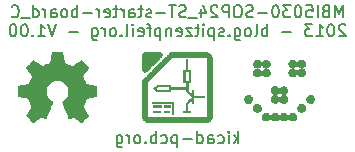
<source format=gbo>
G04 (created by PCBNEW (2013-01-27 BZR 3925)-testing) date Tue 29 Jan 2013 05:53:18 PM CET*
%MOIN*%
G04 Gerber Fmt 3.4, Leading zero omitted, Abs format*
%FSLAX34Y34*%
G01*
G70*
G90*
G04 APERTURE LIST*
%ADD10C,2.3622e-06*%
%ADD11C,0.00787402*%
%ADD12C,0.0001*%
%ADD13R,0.06X0.06*%
%ADD14C,0.06*%
G04 APERTURE END LIST*
G54D10*
G54D11*
X63024Y-47259D02*
X63024Y-46865D01*
X62987Y-47109D02*
X62874Y-47259D01*
X62874Y-46996D02*
X63024Y-47146D01*
X62706Y-47259D02*
X62706Y-46996D01*
X62706Y-46865D02*
X62724Y-46884D01*
X62706Y-46903D01*
X62687Y-46884D01*
X62706Y-46865D01*
X62706Y-46903D01*
X62349Y-47240D02*
X62387Y-47259D01*
X62462Y-47259D01*
X62499Y-47240D01*
X62518Y-47221D01*
X62537Y-47184D01*
X62537Y-47071D01*
X62518Y-47034D01*
X62499Y-47015D01*
X62462Y-46996D01*
X62387Y-46996D01*
X62349Y-47015D01*
X62012Y-47259D02*
X62012Y-47053D01*
X62031Y-47015D01*
X62068Y-46996D01*
X62143Y-46996D01*
X62181Y-47015D01*
X62012Y-47240D02*
X62049Y-47259D01*
X62143Y-47259D01*
X62181Y-47240D01*
X62199Y-47203D01*
X62199Y-47165D01*
X62181Y-47128D01*
X62143Y-47109D01*
X62049Y-47109D01*
X62012Y-47090D01*
X61656Y-47259D02*
X61656Y-46865D01*
X61656Y-47240D02*
X61693Y-47259D01*
X61768Y-47259D01*
X61806Y-47240D01*
X61824Y-47221D01*
X61843Y-47184D01*
X61843Y-47071D01*
X61824Y-47034D01*
X61806Y-47015D01*
X61768Y-46996D01*
X61693Y-46996D01*
X61656Y-47015D01*
X61468Y-47109D02*
X61168Y-47109D01*
X60981Y-46996D02*
X60981Y-47390D01*
X60981Y-47015D02*
X60943Y-46996D01*
X60868Y-46996D01*
X60831Y-47015D01*
X60812Y-47034D01*
X60793Y-47071D01*
X60793Y-47184D01*
X60812Y-47221D01*
X60831Y-47240D01*
X60868Y-47259D01*
X60943Y-47259D01*
X60981Y-47240D01*
X60456Y-47240D02*
X60493Y-47259D01*
X60568Y-47259D01*
X60606Y-47240D01*
X60625Y-47221D01*
X60643Y-47184D01*
X60643Y-47071D01*
X60625Y-47034D01*
X60606Y-47015D01*
X60568Y-46996D01*
X60493Y-46996D01*
X60456Y-47015D01*
X60287Y-47259D02*
X60287Y-46865D01*
X60287Y-47015D02*
X60250Y-46996D01*
X60175Y-46996D01*
X60137Y-47015D01*
X60118Y-47034D01*
X60100Y-47071D01*
X60100Y-47184D01*
X60118Y-47221D01*
X60137Y-47240D01*
X60175Y-47259D01*
X60250Y-47259D01*
X60287Y-47240D01*
X59931Y-47221D02*
X59912Y-47240D01*
X59931Y-47259D01*
X59950Y-47240D01*
X59931Y-47221D01*
X59931Y-47259D01*
X59687Y-47259D02*
X59725Y-47240D01*
X59743Y-47221D01*
X59762Y-47184D01*
X59762Y-47071D01*
X59743Y-47034D01*
X59725Y-47015D01*
X59687Y-46996D01*
X59631Y-46996D01*
X59593Y-47015D01*
X59575Y-47034D01*
X59556Y-47071D01*
X59556Y-47184D01*
X59575Y-47221D01*
X59593Y-47240D01*
X59631Y-47259D01*
X59687Y-47259D01*
X59387Y-47259D02*
X59387Y-46996D01*
X59387Y-47071D02*
X59368Y-47034D01*
X59350Y-47015D01*
X59312Y-46996D01*
X59275Y-46996D01*
X58975Y-46996D02*
X58975Y-47315D01*
X58994Y-47353D01*
X59012Y-47371D01*
X59050Y-47390D01*
X59106Y-47390D01*
X59143Y-47371D01*
X58975Y-47240D02*
X59012Y-47259D01*
X59087Y-47259D01*
X59125Y-47240D01*
X59143Y-47221D01*
X59162Y-47184D01*
X59162Y-47071D01*
X59143Y-47034D01*
X59125Y-47015D01*
X59087Y-46996D01*
X59012Y-46996D01*
X58975Y-47015D01*
X66511Y-43059D02*
X66511Y-42665D01*
X66380Y-42946D01*
X66249Y-42665D01*
X66249Y-43059D01*
X65930Y-42853D02*
X65874Y-42871D01*
X65855Y-42890D01*
X65836Y-42928D01*
X65836Y-42984D01*
X65855Y-43021D01*
X65874Y-43040D01*
X65911Y-43059D01*
X66061Y-43059D01*
X66061Y-42665D01*
X65930Y-42665D01*
X65893Y-42684D01*
X65874Y-42703D01*
X65855Y-42740D01*
X65855Y-42778D01*
X65874Y-42815D01*
X65893Y-42834D01*
X65930Y-42853D01*
X66061Y-42853D01*
X65668Y-43059D02*
X65668Y-42665D01*
X65293Y-42665D02*
X65480Y-42665D01*
X65499Y-42853D01*
X65480Y-42834D01*
X65443Y-42815D01*
X65349Y-42815D01*
X65311Y-42834D01*
X65293Y-42853D01*
X65274Y-42890D01*
X65274Y-42984D01*
X65293Y-43021D01*
X65311Y-43040D01*
X65349Y-43059D01*
X65443Y-43059D01*
X65480Y-43040D01*
X65499Y-43021D01*
X65030Y-42665D02*
X64993Y-42665D01*
X64955Y-42684D01*
X64937Y-42703D01*
X64918Y-42740D01*
X64899Y-42815D01*
X64899Y-42909D01*
X64918Y-42984D01*
X64937Y-43021D01*
X64955Y-43040D01*
X64993Y-43059D01*
X65030Y-43059D01*
X65068Y-43040D01*
X65086Y-43021D01*
X65105Y-42984D01*
X65124Y-42909D01*
X65124Y-42815D01*
X65105Y-42740D01*
X65086Y-42703D01*
X65068Y-42684D01*
X65030Y-42665D01*
X64768Y-42665D02*
X64524Y-42665D01*
X64655Y-42815D01*
X64599Y-42815D01*
X64562Y-42834D01*
X64543Y-42853D01*
X64524Y-42890D01*
X64524Y-42984D01*
X64543Y-43021D01*
X64562Y-43040D01*
X64599Y-43059D01*
X64712Y-43059D01*
X64749Y-43040D01*
X64768Y-43021D01*
X64280Y-42665D02*
X64243Y-42665D01*
X64205Y-42684D01*
X64187Y-42703D01*
X64168Y-42740D01*
X64149Y-42815D01*
X64149Y-42909D01*
X64168Y-42984D01*
X64187Y-43021D01*
X64205Y-43040D01*
X64243Y-43059D01*
X64280Y-43059D01*
X64318Y-43040D01*
X64337Y-43021D01*
X64355Y-42984D01*
X64374Y-42909D01*
X64374Y-42815D01*
X64355Y-42740D01*
X64337Y-42703D01*
X64318Y-42684D01*
X64280Y-42665D01*
X63980Y-42909D02*
X63680Y-42909D01*
X63512Y-43040D02*
X63455Y-43059D01*
X63362Y-43059D01*
X63324Y-43040D01*
X63305Y-43021D01*
X63287Y-42984D01*
X63287Y-42946D01*
X63305Y-42909D01*
X63324Y-42890D01*
X63362Y-42871D01*
X63437Y-42853D01*
X63474Y-42834D01*
X63493Y-42815D01*
X63512Y-42778D01*
X63512Y-42740D01*
X63493Y-42703D01*
X63474Y-42684D01*
X63437Y-42665D01*
X63343Y-42665D01*
X63287Y-42684D01*
X63043Y-42665D02*
X62968Y-42665D01*
X62931Y-42684D01*
X62893Y-42721D01*
X62874Y-42796D01*
X62874Y-42928D01*
X62893Y-43003D01*
X62931Y-43040D01*
X62968Y-43059D01*
X63043Y-43059D01*
X63080Y-43040D01*
X63118Y-43003D01*
X63137Y-42928D01*
X63137Y-42796D01*
X63118Y-42721D01*
X63080Y-42684D01*
X63043Y-42665D01*
X62706Y-43059D02*
X62706Y-42665D01*
X62556Y-42665D01*
X62518Y-42684D01*
X62499Y-42703D01*
X62481Y-42740D01*
X62481Y-42796D01*
X62499Y-42834D01*
X62518Y-42853D01*
X62556Y-42871D01*
X62706Y-42871D01*
X62331Y-42703D02*
X62312Y-42684D01*
X62274Y-42665D01*
X62181Y-42665D01*
X62143Y-42684D01*
X62124Y-42703D01*
X62106Y-42740D01*
X62106Y-42778D01*
X62124Y-42834D01*
X62349Y-43059D01*
X62106Y-43059D01*
X61768Y-42796D02*
X61768Y-43059D01*
X61862Y-42646D02*
X61956Y-42928D01*
X61712Y-42928D01*
X61656Y-43096D02*
X61356Y-43096D01*
X61281Y-43040D02*
X61224Y-43059D01*
X61131Y-43059D01*
X61093Y-43040D01*
X61074Y-43021D01*
X61056Y-42984D01*
X61056Y-42946D01*
X61074Y-42909D01*
X61093Y-42890D01*
X61131Y-42871D01*
X61206Y-42853D01*
X61243Y-42834D01*
X61262Y-42815D01*
X61281Y-42778D01*
X61281Y-42740D01*
X61262Y-42703D01*
X61243Y-42684D01*
X61206Y-42665D01*
X61112Y-42665D01*
X61056Y-42684D01*
X60943Y-42665D02*
X60718Y-42665D01*
X60831Y-43059D02*
X60831Y-42665D01*
X60587Y-42909D02*
X60287Y-42909D01*
X60118Y-43040D02*
X60081Y-43059D01*
X60006Y-43059D01*
X59968Y-43040D01*
X59950Y-43003D01*
X59950Y-42984D01*
X59968Y-42946D01*
X60006Y-42928D01*
X60062Y-42928D01*
X60100Y-42909D01*
X60118Y-42871D01*
X60118Y-42853D01*
X60100Y-42815D01*
X60062Y-42796D01*
X60006Y-42796D01*
X59968Y-42815D01*
X59837Y-42796D02*
X59687Y-42796D01*
X59781Y-42665D02*
X59781Y-43003D01*
X59762Y-43040D01*
X59725Y-43059D01*
X59687Y-43059D01*
X59387Y-43059D02*
X59387Y-42853D01*
X59406Y-42815D01*
X59443Y-42796D01*
X59518Y-42796D01*
X59556Y-42815D01*
X59387Y-43040D02*
X59425Y-43059D01*
X59518Y-43059D01*
X59556Y-43040D01*
X59575Y-43003D01*
X59575Y-42965D01*
X59556Y-42928D01*
X59518Y-42909D01*
X59425Y-42909D01*
X59387Y-42890D01*
X59200Y-43059D02*
X59200Y-42796D01*
X59200Y-42871D02*
X59181Y-42834D01*
X59162Y-42815D01*
X59125Y-42796D01*
X59087Y-42796D01*
X59012Y-42796D02*
X58862Y-42796D01*
X58956Y-42665D02*
X58956Y-43003D01*
X58937Y-43040D01*
X58900Y-43059D01*
X58862Y-43059D01*
X58581Y-43040D02*
X58619Y-43059D01*
X58694Y-43059D01*
X58731Y-43040D01*
X58750Y-43003D01*
X58750Y-42853D01*
X58731Y-42815D01*
X58694Y-42796D01*
X58619Y-42796D01*
X58581Y-42815D01*
X58562Y-42853D01*
X58562Y-42890D01*
X58750Y-42928D01*
X58394Y-43059D02*
X58394Y-42796D01*
X58394Y-42871D02*
X58375Y-42834D01*
X58356Y-42815D01*
X58319Y-42796D01*
X58281Y-42796D01*
X58150Y-42909D02*
X57850Y-42909D01*
X57662Y-43059D02*
X57662Y-42665D01*
X57662Y-42815D02*
X57625Y-42796D01*
X57550Y-42796D01*
X57512Y-42815D01*
X57494Y-42834D01*
X57475Y-42871D01*
X57475Y-42984D01*
X57494Y-43021D01*
X57512Y-43040D01*
X57550Y-43059D01*
X57625Y-43059D01*
X57662Y-43040D01*
X57250Y-43059D02*
X57287Y-43040D01*
X57306Y-43021D01*
X57325Y-42984D01*
X57325Y-42871D01*
X57306Y-42834D01*
X57287Y-42815D01*
X57250Y-42796D01*
X57194Y-42796D01*
X57156Y-42815D01*
X57137Y-42834D01*
X57119Y-42871D01*
X57119Y-42984D01*
X57137Y-43021D01*
X57156Y-43040D01*
X57194Y-43059D01*
X57250Y-43059D01*
X56781Y-43059D02*
X56781Y-42853D01*
X56800Y-42815D01*
X56838Y-42796D01*
X56913Y-42796D01*
X56950Y-42815D01*
X56781Y-43040D02*
X56819Y-43059D01*
X56913Y-43059D01*
X56950Y-43040D01*
X56969Y-43003D01*
X56969Y-42965D01*
X56950Y-42928D01*
X56913Y-42909D01*
X56819Y-42909D01*
X56781Y-42890D01*
X56594Y-43059D02*
X56594Y-42796D01*
X56594Y-42871D02*
X56575Y-42834D01*
X56556Y-42815D01*
X56519Y-42796D01*
X56481Y-42796D01*
X56181Y-43059D02*
X56181Y-42665D01*
X56181Y-43040D02*
X56219Y-43059D01*
X56294Y-43059D01*
X56331Y-43040D01*
X56350Y-43021D01*
X56369Y-42984D01*
X56369Y-42871D01*
X56350Y-42834D01*
X56331Y-42815D01*
X56294Y-42796D01*
X56219Y-42796D01*
X56181Y-42815D01*
X56088Y-43096D02*
X55788Y-43096D01*
X55469Y-43021D02*
X55488Y-43040D01*
X55544Y-43059D01*
X55581Y-43059D01*
X55638Y-43040D01*
X55675Y-43003D01*
X55694Y-42965D01*
X55713Y-42890D01*
X55713Y-42834D01*
X55694Y-42759D01*
X55675Y-42721D01*
X55638Y-42684D01*
X55581Y-42665D01*
X55544Y-42665D01*
X55488Y-42684D01*
X55469Y-42703D01*
X66596Y-43333D02*
X66577Y-43314D01*
X66539Y-43295D01*
X66446Y-43295D01*
X66408Y-43314D01*
X66389Y-43333D01*
X66371Y-43370D01*
X66371Y-43408D01*
X66389Y-43464D01*
X66614Y-43689D01*
X66371Y-43689D01*
X66127Y-43295D02*
X66089Y-43295D01*
X66052Y-43314D01*
X66033Y-43333D01*
X66014Y-43370D01*
X65996Y-43445D01*
X65996Y-43539D01*
X66014Y-43614D01*
X66033Y-43651D01*
X66052Y-43670D01*
X66089Y-43689D01*
X66127Y-43689D01*
X66164Y-43670D01*
X66183Y-43651D01*
X66202Y-43614D01*
X66221Y-43539D01*
X66221Y-43445D01*
X66202Y-43370D01*
X66183Y-43333D01*
X66164Y-43314D01*
X66127Y-43295D01*
X65621Y-43689D02*
X65846Y-43689D01*
X65733Y-43689D02*
X65733Y-43295D01*
X65771Y-43351D01*
X65808Y-43389D01*
X65846Y-43408D01*
X65490Y-43295D02*
X65246Y-43295D01*
X65377Y-43445D01*
X65321Y-43445D01*
X65283Y-43464D01*
X65265Y-43483D01*
X65246Y-43520D01*
X65246Y-43614D01*
X65265Y-43651D01*
X65283Y-43670D01*
X65321Y-43689D01*
X65433Y-43689D01*
X65471Y-43670D01*
X65490Y-43651D01*
X64777Y-43539D02*
X64477Y-43539D01*
X63990Y-43689D02*
X63990Y-43295D01*
X63990Y-43445D02*
X63952Y-43426D01*
X63877Y-43426D01*
X63840Y-43445D01*
X63821Y-43464D01*
X63802Y-43501D01*
X63802Y-43614D01*
X63821Y-43651D01*
X63840Y-43670D01*
X63877Y-43689D01*
X63952Y-43689D01*
X63990Y-43670D01*
X63577Y-43689D02*
X63615Y-43670D01*
X63634Y-43633D01*
X63634Y-43295D01*
X63371Y-43689D02*
X63409Y-43670D01*
X63427Y-43651D01*
X63446Y-43614D01*
X63446Y-43501D01*
X63427Y-43464D01*
X63409Y-43445D01*
X63371Y-43426D01*
X63315Y-43426D01*
X63277Y-43445D01*
X63259Y-43464D01*
X63240Y-43501D01*
X63240Y-43614D01*
X63259Y-43651D01*
X63277Y-43670D01*
X63315Y-43689D01*
X63371Y-43689D01*
X62902Y-43426D02*
X62902Y-43745D01*
X62921Y-43783D01*
X62940Y-43801D01*
X62977Y-43820D01*
X63034Y-43820D01*
X63071Y-43801D01*
X62902Y-43670D02*
X62940Y-43689D01*
X63015Y-43689D01*
X63052Y-43670D01*
X63071Y-43651D01*
X63090Y-43614D01*
X63090Y-43501D01*
X63071Y-43464D01*
X63052Y-43445D01*
X63015Y-43426D01*
X62940Y-43426D01*
X62902Y-43445D01*
X62715Y-43651D02*
X62696Y-43670D01*
X62715Y-43689D01*
X62734Y-43670D01*
X62715Y-43651D01*
X62715Y-43689D01*
X62546Y-43670D02*
X62509Y-43689D01*
X62434Y-43689D01*
X62396Y-43670D01*
X62377Y-43633D01*
X62377Y-43614D01*
X62396Y-43576D01*
X62434Y-43558D01*
X62490Y-43558D01*
X62527Y-43539D01*
X62546Y-43501D01*
X62546Y-43483D01*
X62527Y-43445D01*
X62490Y-43426D01*
X62434Y-43426D01*
X62396Y-43445D01*
X62209Y-43426D02*
X62209Y-43820D01*
X62209Y-43445D02*
X62171Y-43426D01*
X62096Y-43426D01*
X62059Y-43445D01*
X62040Y-43464D01*
X62021Y-43501D01*
X62021Y-43614D01*
X62040Y-43651D01*
X62059Y-43670D01*
X62096Y-43689D01*
X62171Y-43689D01*
X62209Y-43670D01*
X61853Y-43689D02*
X61853Y-43426D01*
X61853Y-43295D02*
X61871Y-43314D01*
X61853Y-43333D01*
X61834Y-43314D01*
X61853Y-43295D01*
X61853Y-43333D01*
X61721Y-43426D02*
X61571Y-43426D01*
X61665Y-43295D02*
X61665Y-43633D01*
X61646Y-43670D01*
X61609Y-43689D01*
X61571Y-43689D01*
X61478Y-43426D02*
X61271Y-43426D01*
X61478Y-43689D01*
X61271Y-43689D01*
X60971Y-43670D02*
X61009Y-43689D01*
X61084Y-43689D01*
X61121Y-43670D01*
X61140Y-43633D01*
X61140Y-43483D01*
X61121Y-43445D01*
X61084Y-43426D01*
X61009Y-43426D01*
X60971Y-43445D01*
X60953Y-43483D01*
X60953Y-43520D01*
X61140Y-43558D01*
X60784Y-43426D02*
X60784Y-43689D01*
X60784Y-43464D02*
X60765Y-43445D01*
X60728Y-43426D01*
X60671Y-43426D01*
X60634Y-43445D01*
X60615Y-43483D01*
X60615Y-43689D01*
X60428Y-43426D02*
X60428Y-43820D01*
X60428Y-43445D02*
X60390Y-43426D01*
X60315Y-43426D01*
X60278Y-43445D01*
X60259Y-43464D01*
X60240Y-43501D01*
X60240Y-43614D01*
X60259Y-43651D01*
X60278Y-43670D01*
X60315Y-43689D01*
X60390Y-43689D01*
X60428Y-43670D01*
X60128Y-43426D02*
X59978Y-43426D01*
X60071Y-43689D02*
X60071Y-43351D01*
X60053Y-43314D01*
X60015Y-43295D01*
X59978Y-43295D01*
X59697Y-43670D02*
X59734Y-43689D01*
X59809Y-43689D01*
X59847Y-43670D01*
X59865Y-43633D01*
X59865Y-43483D01*
X59847Y-43445D01*
X59809Y-43426D01*
X59734Y-43426D01*
X59697Y-43445D01*
X59678Y-43483D01*
X59678Y-43520D01*
X59865Y-43558D01*
X59509Y-43689D02*
X59509Y-43426D01*
X59509Y-43295D02*
X59528Y-43314D01*
X59509Y-43333D01*
X59490Y-43314D01*
X59509Y-43295D01*
X59509Y-43333D01*
X59265Y-43689D02*
X59303Y-43670D01*
X59322Y-43633D01*
X59322Y-43295D01*
X59115Y-43651D02*
X59097Y-43670D01*
X59115Y-43689D01*
X59134Y-43670D01*
X59115Y-43651D01*
X59115Y-43689D01*
X58872Y-43689D02*
X58909Y-43670D01*
X58928Y-43651D01*
X58947Y-43614D01*
X58947Y-43501D01*
X58928Y-43464D01*
X58909Y-43445D01*
X58872Y-43426D01*
X58815Y-43426D01*
X58778Y-43445D01*
X58759Y-43464D01*
X58740Y-43501D01*
X58740Y-43614D01*
X58759Y-43651D01*
X58778Y-43670D01*
X58815Y-43689D01*
X58872Y-43689D01*
X58572Y-43689D02*
X58572Y-43426D01*
X58572Y-43501D02*
X58553Y-43464D01*
X58534Y-43445D01*
X58497Y-43426D01*
X58459Y-43426D01*
X58159Y-43426D02*
X58159Y-43745D01*
X58178Y-43783D01*
X58197Y-43801D01*
X58234Y-43820D01*
X58290Y-43820D01*
X58328Y-43801D01*
X58159Y-43670D02*
X58197Y-43689D01*
X58272Y-43689D01*
X58309Y-43670D01*
X58328Y-43651D01*
X58347Y-43614D01*
X58347Y-43501D01*
X58328Y-43464D01*
X58309Y-43445D01*
X58272Y-43426D01*
X58197Y-43426D01*
X58159Y-43445D01*
X57672Y-43539D02*
X57372Y-43539D01*
X56941Y-43295D02*
X56809Y-43689D01*
X56678Y-43295D01*
X56341Y-43689D02*
X56566Y-43689D01*
X56453Y-43689D02*
X56453Y-43295D01*
X56491Y-43351D01*
X56528Y-43389D01*
X56566Y-43408D01*
X56172Y-43651D02*
X56153Y-43670D01*
X56172Y-43689D01*
X56191Y-43670D01*
X56172Y-43651D01*
X56172Y-43689D01*
X55910Y-43295D02*
X55872Y-43295D01*
X55835Y-43314D01*
X55816Y-43333D01*
X55797Y-43370D01*
X55778Y-43445D01*
X55778Y-43539D01*
X55797Y-43614D01*
X55816Y-43651D01*
X55835Y-43670D01*
X55872Y-43689D01*
X55910Y-43689D01*
X55947Y-43670D01*
X55966Y-43651D01*
X55985Y-43614D01*
X56003Y-43539D01*
X56003Y-43445D01*
X55985Y-43370D01*
X55966Y-43333D01*
X55947Y-43314D01*
X55910Y-43295D01*
X55535Y-43295D02*
X55497Y-43295D01*
X55460Y-43314D01*
X55441Y-43333D01*
X55422Y-43370D01*
X55403Y-43445D01*
X55403Y-43539D01*
X55422Y-43614D01*
X55441Y-43651D01*
X55460Y-43670D01*
X55497Y-43689D01*
X55535Y-43689D01*
X55572Y-43670D01*
X55591Y-43651D01*
X55610Y-43614D01*
X55628Y-43539D01*
X55628Y-43445D01*
X55610Y-43370D01*
X55591Y-43333D01*
X55572Y-43314D01*
X55535Y-43295D01*
G54D12*
G36*
X63954Y-46533D02*
X63924Y-46529D01*
X63897Y-46520D01*
X63885Y-46514D01*
X63860Y-46496D01*
X63840Y-46475D01*
X63825Y-46450D01*
X63815Y-46423D01*
X63810Y-46394D01*
X63811Y-46365D01*
X63818Y-46336D01*
X63831Y-46308D01*
X63840Y-46296D01*
X63852Y-46283D01*
X63866Y-46270D01*
X63878Y-46261D01*
X63882Y-46258D01*
X63908Y-46246D01*
X63934Y-46240D01*
X63964Y-46239D01*
X63974Y-46239D01*
X63990Y-46241D01*
X64004Y-46245D01*
X64020Y-46252D01*
X64037Y-46261D01*
X64061Y-46280D01*
X64080Y-46304D01*
X64095Y-46331D01*
X64099Y-46343D01*
X64103Y-46358D01*
X64105Y-46369D01*
X64105Y-46371D01*
X64105Y-46371D01*
X64106Y-46365D01*
X64106Y-46364D01*
X64111Y-46345D01*
X64118Y-46326D01*
X64127Y-46309D01*
X64143Y-46287D01*
X64166Y-46266D01*
X64192Y-46251D01*
X64221Y-46241D01*
X64252Y-46238D01*
X64260Y-46238D01*
X64283Y-46241D01*
X64306Y-46247D01*
X64310Y-46249D01*
X64335Y-46263D01*
X64357Y-46281D01*
X64376Y-46304D01*
X64389Y-46328D01*
X64397Y-46355D01*
X64398Y-46356D01*
X64399Y-46363D01*
X64400Y-46366D01*
X64400Y-46366D01*
X64401Y-46362D01*
X64403Y-46355D01*
X64403Y-46352D01*
X64412Y-46326D01*
X64426Y-46301D01*
X64445Y-46279D01*
X64463Y-46264D01*
X64488Y-46250D01*
X64517Y-46241D01*
X64548Y-46238D01*
X64570Y-46240D01*
X64599Y-46247D01*
X64626Y-46261D01*
X64650Y-46279D01*
X64669Y-46303D01*
X64672Y-46306D01*
X64678Y-46317D01*
X64683Y-46326D01*
X64685Y-46333D01*
X64690Y-46346D01*
X64693Y-46359D01*
X64694Y-46369D01*
X64694Y-46371D01*
X64695Y-46371D01*
X64696Y-46364D01*
X64699Y-46348D01*
X64707Y-46328D01*
X64715Y-46310D01*
X64733Y-46286D01*
X64756Y-46266D01*
X64782Y-46251D01*
X64811Y-46241D01*
X64841Y-46238D01*
X64869Y-46240D01*
X64898Y-46248D01*
X64924Y-46263D01*
X64948Y-46283D01*
X64960Y-46296D01*
X64971Y-46312D01*
X64980Y-46331D01*
X64985Y-46346D01*
X64990Y-46376D01*
X64989Y-46405D01*
X64983Y-46432D01*
X64971Y-46458D01*
X64955Y-46481D01*
X64935Y-46501D01*
X64911Y-46517D01*
X64884Y-46527D01*
X64854Y-46532D01*
X64851Y-46533D01*
X64821Y-46532D01*
X64793Y-46525D01*
X64766Y-46512D01*
X64756Y-46505D01*
X64737Y-46488D01*
X64719Y-46467D01*
X64707Y-46445D01*
X64704Y-46437D01*
X64700Y-46424D01*
X64697Y-46411D01*
X64695Y-46401D01*
X64695Y-46395D01*
X64694Y-46401D01*
X64694Y-46406D01*
X64691Y-46419D01*
X64687Y-46434D01*
X64682Y-46446D01*
X64675Y-46460D01*
X64657Y-46484D01*
X64634Y-46504D01*
X64608Y-46520D01*
X64579Y-46530D01*
X64574Y-46531D01*
X64554Y-46533D01*
X64532Y-46532D01*
X64513Y-46529D01*
X64493Y-46523D01*
X64466Y-46509D01*
X64441Y-46489D01*
X64440Y-46487D01*
X64423Y-46466D01*
X64410Y-46441D01*
X64403Y-46416D01*
X64402Y-46415D01*
X64401Y-46408D01*
X64400Y-46405D01*
X64399Y-46407D01*
X64398Y-46413D01*
X64398Y-46415D01*
X64394Y-46430D01*
X64387Y-46447D01*
X64378Y-46463D01*
X64365Y-46481D01*
X64343Y-46502D01*
X64317Y-46518D01*
X64288Y-46529D01*
X64283Y-46530D01*
X64263Y-46532D01*
X64241Y-46532D01*
X64222Y-46530D01*
X64206Y-46525D01*
X64178Y-46513D01*
X64154Y-46495D01*
X64133Y-46472D01*
X64118Y-46446D01*
X64115Y-46438D01*
X64110Y-46424D01*
X64107Y-46411D01*
X64106Y-46401D01*
X64106Y-46400D01*
X64105Y-46400D01*
X64104Y-46406D01*
X64104Y-46407D01*
X64100Y-46425D01*
X64092Y-46445D01*
X64084Y-46462D01*
X64080Y-46468D01*
X64061Y-46491D01*
X64037Y-46509D01*
X64012Y-46523D01*
X63984Y-46531D01*
X63954Y-46533D01*
X63954Y-46533D01*
G37*
G36*
X65147Y-46238D02*
X65129Y-46237D01*
X65112Y-46236D01*
X65092Y-46231D01*
X65065Y-46218D01*
X65040Y-46201D01*
X65020Y-46179D01*
X65004Y-46153D01*
X64994Y-46125D01*
X64990Y-46095D01*
X64992Y-46065D01*
X65000Y-46037D01*
X65013Y-46011D01*
X65032Y-45987D01*
X65056Y-45967D01*
X65063Y-45963D01*
X65092Y-45950D01*
X65121Y-45943D01*
X65152Y-45943D01*
X65182Y-45949D01*
X65206Y-45959D01*
X65232Y-45976D01*
X65253Y-45998D01*
X65270Y-46024D01*
X65281Y-46054D01*
X65284Y-46069D01*
X65285Y-46088D01*
X65285Y-46107D01*
X65282Y-46123D01*
X65281Y-46128D01*
X65269Y-46158D01*
X65252Y-46184D01*
X65229Y-46206D01*
X65202Y-46223D01*
X65190Y-46228D01*
X65173Y-46234D01*
X65157Y-46237D01*
X65147Y-46238D01*
X65147Y-46238D01*
G37*
G36*
X63659Y-46238D02*
X63629Y-46234D01*
X63599Y-46224D01*
X63572Y-46207D01*
X63566Y-46202D01*
X63546Y-46181D01*
X63530Y-46155D01*
X63519Y-46126D01*
X63516Y-46111D01*
X63515Y-46092D01*
X63515Y-46073D01*
X63518Y-46058D01*
X63520Y-46051D01*
X63531Y-46021D01*
X63548Y-45996D01*
X63570Y-45975D01*
X63595Y-45959D01*
X63623Y-45948D01*
X63654Y-45943D01*
X63665Y-45942D01*
X63695Y-45946D01*
X63723Y-45955D01*
X63748Y-45970D01*
X63770Y-45989D01*
X63787Y-46012D01*
X63800Y-46038D01*
X63808Y-46066D01*
X63809Y-46097D01*
X63808Y-46115D01*
X63804Y-46131D01*
X63798Y-46148D01*
X63786Y-46171D01*
X63767Y-46194D01*
X63744Y-46213D01*
X63718Y-46227D01*
X63689Y-46235D01*
X63659Y-46238D01*
X63659Y-46238D01*
G37*
G36*
X65441Y-45942D02*
X65420Y-45942D01*
X65402Y-45939D01*
X65381Y-45933D01*
X65354Y-45919D01*
X65329Y-45899D01*
X65313Y-45881D01*
X65298Y-45855D01*
X65289Y-45826D01*
X65287Y-45815D01*
X65286Y-45797D01*
X65286Y-45779D01*
X65288Y-45764D01*
X65291Y-45755D01*
X65302Y-45726D01*
X65319Y-45701D01*
X65341Y-45679D01*
X65368Y-45663D01*
X65378Y-45658D01*
X65397Y-45651D01*
X65416Y-45648D01*
X65438Y-45648D01*
X65452Y-45649D01*
X65468Y-45651D01*
X65483Y-45655D01*
X65499Y-45663D01*
X65508Y-45668D01*
X65533Y-45686D01*
X65553Y-45709D01*
X65569Y-45736D01*
X65578Y-45766D01*
X65579Y-45773D01*
X65581Y-45790D01*
X65580Y-45808D01*
X65578Y-45824D01*
X65576Y-45834D01*
X65564Y-45863D01*
X65547Y-45889D01*
X65526Y-45910D01*
X65499Y-45927D01*
X65470Y-45938D01*
X65461Y-45940D01*
X65441Y-45942D01*
X65441Y-45942D01*
G37*
G36*
X64256Y-45942D02*
X64227Y-45940D01*
X64199Y-45932D01*
X64182Y-45925D01*
X64157Y-45907D01*
X64136Y-45885D01*
X64120Y-45859D01*
X64110Y-45831D01*
X64108Y-45824D01*
X64105Y-45801D01*
X64106Y-45778D01*
X64112Y-45752D01*
X64124Y-45723D01*
X64141Y-45698D01*
X64163Y-45678D01*
X64189Y-45662D01*
X64219Y-45651D01*
X64238Y-45646D01*
X64228Y-45645D01*
X64226Y-45645D01*
X64205Y-45639D01*
X64183Y-45629D01*
X64162Y-45616D01*
X64159Y-45613D01*
X64138Y-45592D01*
X64121Y-45567D01*
X64111Y-45539D01*
X64106Y-45511D01*
X64106Y-45482D01*
X64113Y-45453D01*
X64126Y-45425D01*
X64126Y-45424D01*
X64145Y-45400D01*
X64167Y-45380D01*
X64192Y-45366D01*
X64219Y-45357D01*
X64247Y-45353D01*
X64276Y-45355D01*
X64304Y-45362D01*
X64330Y-45375D01*
X64355Y-45393D01*
X64367Y-45407D01*
X64382Y-45429D01*
X64393Y-45452D01*
X64398Y-45474D01*
X64399Y-45479D01*
X64400Y-45482D01*
X64401Y-45480D01*
X64402Y-45474D01*
X64407Y-45454D01*
X64416Y-45433D01*
X64428Y-45413D01*
X64436Y-45404D01*
X64458Y-45383D01*
X64484Y-45367D01*
X64512Y-45357D01*
X64542Y-45353D01*
X64572Y-45355D01*
X64590Y-45359D01*
X64619Y-45371D01*
X64643Y-45388D01*
X64664Y-45410D01*
X64680Y-45436D01*
X64691Y-45465D01*
X64693Y-45480D01*
X64695Y-45510D01*
X64689Y-45539D01*
X64679Y-45567D01*
X64662Y-45592D01*
X64641Y-45613D01*
X64615Y-45631D01*
X64603Y-45636D01*
X64589Y-45641D01*
X64577Y-45644D01*
X64567Y-45646D01*
X64566Y-45646D01*
X64566Y-45647D01*
X64573Y-45649D01*
X64587Y-45653D01*
X64607Y-45660D01*
X64624Y-45668D01*
X64633Y-45675D01*
X64653Y-45692D01*
X64670Y-45713D01*
X64683Y-45735D01*
X64691Y-45760D01*
X64695Y-45786D01*
X64694Y-45812D01*
X64693Y-45817D01*
X64685Y-45848D01*
X64671Y-45875D01*
X64651Y-45899D01*
X64635Y-45914D01*
X64608Y-45930D01*
X64579Y-45939D01*
X64568Y-45941D01*
X64552Y-45942D01*
X64535Y-45941D01*
X64519Y-45940D01*
X64507Y-45937D01*
X64497Y-45934D01*
X64469Y-45920D01*
X64444Y-45901D01*
X64424Y-45877D01*
X64417Y-45865D01*
X64408Y-45845D01*
X64403Y-45825D01*
X64402Y-45824D01*
X64401Y-45817D01*
X64400Y-45814D01*
X64400Y-45814D01*
X64400Y-45775D01*
X64400Y-45775D01*
X64401Y-45772D01*
X64403Y-45764D01*
X64403Y-45762D01*
X64412Y-45736D01*
X64426Y-45711D01*
X64445Y-45689D01*
X64467Y-45671D01*
X64492Y-45658D01*
X64494Y-45657D01*
X64507Y-45653D01*
X64519Y-45650D01*
X64533Y-45647D01*
X64520Y-45645D01*
X64502Y-45640D01*
X64476Y-45629D01*
X64452Y-45612D01*
X64431Y-45591D01*
X64415Y-45567D01*
X64410Y-45554D01*
X64405Y-45539D01*
X64402Y-45526D01*
X64401Y-45521D01*
X64400Y-45518D01*
X64399Y-45520D01*
X64398Y-45526D01*
X64396Y-45537D01*
X64391Y-45552D01*
X64385Y-45567D01*
X64375Y-45582D01*
X64356Y-45605D01*
X64333Y-45623D01*
X64307Y-45637D01*
X64280Y-45645D01*
X64267Y-45647D01*
X64280Y-45650D01*
X64282Y-45650D01*
X64295Y-45653D01*
X64308Y-45658D01*
X64310Y-45659D01*
X64335Y-45672D01*
X64357Y-45691D01*
X64376Y-45713D01*
X64389Y-45738D01*
X64397Y-45764D01*
X64398Y-45765D01*
X64399Y-45772D01*
X64400Y-45775D01*
X64400Y-45814D01*
X64400Y-45814D01*
X64399Y-45818D01*
X64397Y-45825D01*
X64392Y-45845D01*
X64380Y-45871D01*
X64362Y-45894D01*
X64340Y-45914D01*
X64314Y-45929D01*
X64314Y-45929D01*
X64286Y-45939D01*
X64256Y-45942D01*
X64256Y-45942D01*
G37*
G36*
X63378Y-45942D02*
X63354Y-45942D01*
X63332Y-45938D01*
X63318Y-45934D01*
X63290Y-45921D01*
X63266Y-45903D01*
X63246Y-45881D01*
X63232Y-45855D01*
X63223Y-45826D01*
X63219Y-45795D01*
X63220Y-45783D01*
X63225Y-45752D01*
X63237Y-45724D01*
X63256Y-45697D01*
X63261Y-45692D01*
X63282Y-45674D01*
X63306Y-45660D01*
X63332Y-45651D01*
X63333Y-45651D01*
X63355Y-45648D01*
X63379Y-45648D01*
X63401Y-45651D01*
X63409Y-45653D01*
X63437Y-45665D01*
X63462Y-45682D01*
X63482Y-45702D01*
X63498Y-45727D01*
X63509Y-45753D01*
X63514Y-45782D01*
X63514Y-45812D01*
X63507Y-45842D01*
X63497Y-45864D01*
X63480Y-45889D01*
X63458Y-45911D01*
X63433Y-45927D01*
X63404Y-45938D01*
X63401Y-45939D01*
X63378Y-45942D01*
X63378Y-45942D01*
G37*
G36*
X64838Y-45058D02*
X64809Y-45054D01*
X64780Y-45044D01*
X64767Y-45037D01*
X64754Y-45028D01*
X64740Y-45015D01*
X64725Y-44999D01*
X64709Y-44974D01*
X64699Y-44945D01*
X64697Y-44937D01*
X64695Y-44918D01*
X64695Y-44897D01*
X64698Y-44879D01*
X64706Y-44854D01*
X64719Y-44828D01*
X64737Y-44806D01*
X64740Y-44803D01*
X64754Y-44792D01*
X64770Y-44781D01*
X64785Y-44774D01*
X64790Y-44772D01*
X64802Y-44768D01*
X64814Y-44765D01*
X64823Y-44763D01*
X64828Y-44763D01*
X64822Y-44762D01*
X64815Y-44760D01*
X64806Y-44758D01*
X64795Y-44755D01*
X64773Y-44744D01*
X64751Y-44731D01*
X64734Y-44715D01*
X64731Y-44711D01*
X64713Y-44686D01*
X64701Y-44658D01*
X64695Y-44629D01*
X64695Y-44599D01*
X64696Y-44592D01*
X64705Y-44562D01*
X64718Y-44535D01*
X64739Y-44510D01*
X64757Y-44495D01*
X64782Y-44480D01*
X64811Y-44470D01*
X64817Y-44469D01*
X64836Y-44467D01*
X64857Y-44468D01*
X64876Y-44471D01*
X64893Y-44476D01*
X64920Y-44489D01*
X64944Y-44507D01*
X64963Y-44530D01*
X64978Y-44555D01*
X64987Y-44584D01*
X64988Y-44587D01*
X64990Y-44594D01*
X64991Y-44597D01*
X64992Y-44593D01*
X64992Y-44587D01*
X64995Y-44575D01*
X65000Y-44562D01*
X65005Y-44550D01*
X65010Y-44541D01*
X65028Y-44516D01*
X65050Y-44495D01*
X65076Y-44480D01*
X65105Y-44471D01*
X65137Y-44467D01*
X65161Y-44469D01*
X65189Y-44476D01*
X65215Y-44489D01*
X65230Y-44499D01*
X65252Y-44521D01*
X65268Y-44546D01*
X65280Y-44573D01*
X65285Y-44602D01*
X65285Y-44632D01*
X65278Y-44659D01*
X65266Y-44688D01*
X65248Y-44712D01*
X65226Y-44733D01*
X65199Y-44749D01*
X65169Y-44759D01*
X65152Y-44763D01*
X65162Y-44764D01*
X65168Y-44765D01*
X65192Y-44772D01*
X65215Y-44784D01*
X65237Y-44800D01*
X65254Y-44818D01*
X65264Y-44834D01*
X65274Y-44854D01*
X65281Y-44874D01*
X65284Y-44889D01*
X65285Y-44908D01*
X65285Y-44927D01*
X65282Y-44942D01*
X65277Y-44960D01*
X65263Y-44988D01*
X65244Y-45012D01*
X65221Y-45032D01*
X65194Y-45047D01*
X65163Y-45056D01*
X65155Y-45057D01*
X65137Y-45057D01*
X65118Y-45056D01*
X65101Y-45053D01*
X65089Y-45049D01*
X65061Y-45036D01*
X65037Y-45018D01*
X65017Y-44995D01*
X65002Y-44969D01*
X64993Y-44939D01*
X64992Y-44937D01*
X64991Y-44930D01*
X64990Y-44931D01*
X64990Y-44890D01*
X64991Y-44889D01*
X64992Y-44883D01*
X64993Y-44881D01*
X64998Y-44862D01*
X65007Y-44841D01*
X65019Y-44822D01*
X65028Y-44811D01*
X65051Y-44790D01*
X65078Y-44775D01*
X65108Y-44765D01*
X65122Y-44762D01*
X65112Y-44760D01*
X65103Y-44758D01*
X65094Y-44756D01*
X65088Y-44754D01*
X65061Y-44741D01*
X65037Y-44722D01*
X65017Y-44700D01*
X65003Y-44674D01*
X64993Y-44646D01*
X64992Y-44639D01*
X64990Y-44635D01*
X64989Y-44637D01*
X64987Y-44646D01*
X64987Y-44647D01*
X64982Y-44663D01*
X64975Y-44680D01*
X64966Y-44696D01*
X64958Y-44706D01*
X64945Y-44720D01*
X64930Y-44733D01*
X64916Y-44743D01*
X64915Y-44743D01*
X64892Y-44753D01*
X64868Y-44760D01*
X64858Y-44762D01*
X64870Y-44765D01*
X64896Y-44772D01*
X64922Y-44786D01*
X64946Y-44804D01*
X64965Y-44826D01*
X64969Y-44834D01*
X64976Y-44848D01*
X64983Y-44863D01*
X64987Y-44877D01*
X64988Y-44887D01*
X64988Y-44887D01*
X64990Y-44890D01*
X64990Y-44931D01*
X64989Y-44931D01*
X64988Y-44938D01*
X64986Y-44946D01*
X64983Y-44955D01*
X64977Y-44970D01*
X64962Y-44996D01*
X64943Y-45018D01*
X64920Y-45035D01*
X64894Y-45048D01*
X64867Y-45056D01*
X64838Y-45058D01*
X64838Y-45058D01*
G37*
G36*
X63950Y-45058D02*
X63921Y-45053D01*
X63893Y-45043D01*
X63868Y-45027D01*
X63847Y-45007D01*
X63829Y-44983D01*
X63817Y-44955D01*
X63814Y-44946D01*
X63812Y-44938D01*
X63812Y-44936D01*
X63810Y-44930D01*
X63810Y-44930D01*
X63810Y-44889D01*
X63812Y-44885D01*
X63814Y-44875D01*
X63819Y-44858D01*
X63832Y-44831D01*
X63850Y-44808D01*
X63873Y-44789D01*
X63899Y-44774D01*
X63928Y-44765D01*
X63942Y-44762D01*
X63932Y-44760D01*
X63931Y-44760D01*
X63907Y-44753D01*
X63884Y-44743D01*
X63875Y-44737D01*
X63860Y-44724D01*
X63845Y-44710D01*
X63834Y-44696D01*
X63827Y-44683D01*
X63818Y-44664D01*
X63813Y-44647D01*
X63812Y-44639D01*
X63810Y-44635D01*
X63809Y-44637D01*
X63807Y-44646D01*
X63801Y-44665D01*
X63788Y-44693D01*
X63768Y-44717D01*
X63746Y-44736D01*
X63719Y-44751D01*
X63688Y-44760D01*
X63678Y-44762D01*
X63692Y-44765D01*
X63706Y-44769D01*
X63734Y-44781D01*
X63759Y-44799D01*
X63780Y-44822D01*
X63787Y-44830D01*
X63794Y-44844D01*
X63801Y-44859D01*
X63805Y-44870D01*
X63807Y-44881D01*
X63807Y-44882D01*
X63809Y-44888D01*
X63810Y-44889D01*
X63810Y-44930D01*
X63809Y-44931D01*
X63807Y-44939D01*
X63805Y-44949D01*
X63796Y-44971D01*
X63785Y-44992D01*
X63776Y-45003D01*
X63754Y-45025D01*
X63728Y-45042D01*
X63698Y-45053D01*
X63685Y-45056D01*
X63665Y-45057D01*
X63644Y-45056D01*
X63626Y-45053D01*
X63624Y-45053D01*
X63594Y-45041D01*
X63568Y-45024D01*
X63547Y-45002D01*
X63530Y-44976D01*
X63519Y-44946D01*
X63516Y-44933D01*
X63515Y-44912D01*
X63516Y-44892D01*
X63519Y-44874D01*
X63524Y-44858D01*
X63534Y-44837D01*
X63546Y-44818D01*
X63560Y-44804D01*
X63578Y-44789D01*
X63597Y-44777D01*
X63604Y-44774D01*
X63618Y-44769D01*
X63632Y-44765D01*
X63642Y-44763D01*
X63643Y-44763D01*
X63640Y-44762D01*
X63631Y-44759D01*
X63614Y-44754D01*
X63595Y-44746D01*
X63579Y-44737D01*
X63575Y-44734D01*
X63556Y-44717D01*
X63539Y-44696D01*
X63527Y-44674D01*
X63522Y-44663D01*
X63516Y-44634D01*
X63515Y-44603D01*
X63520Y-44574D01*
X63522Y-44567D01*
X63535Y-44540D01*
X63553Y-44516D01*
X63575Y-44495D01*
X63601Y-44480D01*
X63631Y-44470D01*
X63635Y-44469D01*
X63655Y-44467D01*
X63677Y-44468D01*
X63696Y-44471D01*
X63701Y-44472D01*
X63730Y-44483D01*
X63756Y-44500D01*
X63778Y-44523D01*
X63795Y-44550D01*
X63799Y-44558D01*
X63803Y-44571D01*
X63807Y-44584D01*
X63808Y-44593D01*
X63808Y-44595D01*
X63809Y-44596D01*
X63811Y-44592D01*
X63813Y-44584D01*
X63818Y-44564D01*
X63831Y-44538D01*
X63849Y-44515D01*
X63871Y-44495D01*
X63897Y-44480D01*
X63897Y-44480D01*
X63924Y-44471D01*
X63954Y-44467D01*
X63984Y-44469D01*
X64012Y-44477D01*
X64028Y-44485D01*
X64053Y-44502D01*
X64074Y-44524D01*
X64090Y-44550D01*
X64101Y-44579D01*
X64102Y-44585D01*
X64106Y-44609D01*
X64104Y-44632D01*
X64098Y-44659D01*
X64086Y-44687D01*
X64068Y-44712D01*
X64046Y-44733D01*
X64019Y-44749D01*
X63989Y-44759D01*
X63983Y-44761D01*
X63977Y-44763D01*
X63977Y-44763D01*
X63986Y-44764D01*
X64003Y-44769D01*
X64021Y-44777D01*
X64039Y-44787D01*
X64055Y-44799D01*
X64076Y-44822D01*
X64092Y-44849D01*
X64094Y-44853D01*
X64103Y-44882D01*
X64105Y-44912D01*
X64102Y-44943D01*
X64092Y-44971D01*
X64085Y-44985D01*
X64076Y-44998D01*
X64063Y-45012D01*
X64063Y-45013D01*
X64039Y-45033D01*
X64012Y-45047D01*
X63983Y-45055D01*
X63980Y-45056D01*
X63950Y-45058D01*
X63950Y-45058D01*
G37*
G36*
X59820Y-46375D02*
X59828Y-46401D01*
X59842Y-46439D01*
X59861Y-46474D01*
X59885Y-46504D01*
X59913Y-46530D01*
X59946Y-46551D01*
X59984Y-46568D01*
X59997Y-46572D01*
X60007Y-46575D01*
X60007Y-45795D01*
X60007Y-45242D01*
X60425Y-44825D01*
X60842Y-44407D01*
X61395Y-44407D01*
X61466Y-44407D01*
X61531Y-44407D01*
X61591Y-44407D01*
X61644Y-44407D01*
X61693Y-44407D01*
X61736Y-44407D01*
X61775Y-44408D01*
X61809Y-44408D01*
X61838Y-44408D01*
X61864Y-44408D01*
X61886Y-44408D01*
X61904Y-44409D01*
X61920Y-44409D01*
X61932Y-44409D01*
X61942Y-44410D01*
X61949Y-44410D01*
X61954Y-44411D01*
X61957Y-44411D01*
X61959Y-44411D01*
X61971Y-44419D01*
X61982Y-44431D01*
X61989Y-44443D01*
X61990Y-44447D01*
X61990Y-44457D01*
X61990Y-44473D01*
X61991Y-44495D01*
X61991Y-44521D01*
X61991Y-44553D01*
X61991Y-44589D01*
X61992Y-44629D01*
X61992Y-44673D01*
X61992Y-44721D01*
X61992Y-44772D01*
X61992Y-44826D01*
X61993Y-44883D01*
X61993Y-44943D01*
X61993Y-45004D01*
X61993Y-45068D01*
X61993Y-45133D01*
X61993Y-45199D01*
X61993Y-45266D01*
X61993Y-45333D01*
X61993Y-45400D01*
X61993Y-45468D01*
X61993Y-45536D01*
X61993Y-45603D01*
X61993Y-45669D01*
X61993Y-45734D01*
X61993Y-45797D01*
X61993Y-45858D01*
X61993Y-45918D01*
X61992Y-45975D01*
X61992Y-46029D01*
X61992Y-46080D01*
X61992Y-46128D01*
X61992Y-46172D01*
X61991Y-46212D01*
X61991Y-46248D01*
X61991Y-46279D01*
X61991Y-46306D01*
X61990Y-46327D01*
X61990Y-46343D01*
X61990Y-46353D01*
X61989Y-46357D01*
X61982Y-46369D01*
X61971Y-46380D01*
X61959Y-46388D01*
X61958Y-46389D01*
X61954Y-46389D01*
X61948Y-46390D01*
X61940Y-46390D01*
X61930Y-46390D01*
X61917Y-46391D01*
X61902Y-46391D01*
X61883Y-46391D01*
X61861Y-46391D01*
X61836Y-46391D01*
X61807Y-46392D01*
X61774Y-46392D01*
X61738Y-46392D01*
X61697Y-46392D01*
X61652Y-46392D01*
X61602Y-46392D01*
X61547Y-46392D01*
X61488Y-46393D01*
X61423Y-46393D01*
X61353Y-46393D01*
X61277Y-46393D01*
X61196Y-46393D01*
X61109Y-46393D01*
X61015Y-46393D01*
X61001Y-46393D01*
X60899Y-46393D01*
X60802Y-46393D01*
X60712Y-46393D01*
X60627Y-46393D01*
X60549Y-46393D01*
X60477Y-46393D01*
X60411Y-46392D01*
X60350Y-46392D01*
X60295Y-46392D01*
X60246Y-46392D01*
X60202Y-46392D01*
X60164Y-46391D01*
X60131Y-46391D01*
X60104Y-46391D01*
X60082Y-46391D01*
X60065Y-46390D01*
X60052Y-46390D01*
X60045Y-46390D01*
X60043Y-46389D01*
X60031Y-46382D01*
X60019Y-46371D01*
X60011Y-46359D01*
X60011Y-46357D01*
X60010Y-46353D01*
X60010Y-46347D01*
X60010Y-46339D01*
X60009Y-46328D01*
X60009Y-46315D01*
X60009Y-46298D01*
X60008Y-46279D01*
X60008Y-46256D01*
X60008Y-46228D01*
X60008Y-46197D01*
X60007Y-46162D01*
X60007Y-46122D01*
X60007Y-46077D01*
X60007Y-46026D01*
X60007Y-45971D01*
X60007Y-45910D01*
X60007Y-45842D01*
X60007Y-45795D01*
X60007Y-46575D01*
X60021Y-46580D01*
X60986Y-46580D01*
X61063Y-46580D01*
X61140Y-46580D01*
X61215Y-46580D01*
X61288Y-46580D01*
X61359Y-46580D01*
X61427Y-46580D01*
X61492Y-46580D01*
X61554Y-46580D01*
X61613Y-46580D01*
X61668Y-46580D01*
X61720Y-46580D01*
X61767Y-46580D01*
X61810Y-46579D01*
X61848Y-46579D01*
X61882Y-46579D01*
X61911Y-46579D01*
X61934Y-46579D01*
X61951Y-46579D01*
X61963Y-46578D01*
X61969Y-46578D01*
X61969Y-46578D01*
X62007Y-46571D01*
X62042Y-46557D01*
X62074Y-46539D01*
X62103Y-46515D01*
X62129Y-46488D01*
X62150Y-46456D01*
X62166Y-46420D01*
X62172Y-46401D01*
X62180Y-46375D01*
X62180Y-45400D01*
X62180Y-44425D01*
X62172Y-44399D01*
X62167Y-44383D01*
X62160Y-44366D01*
X62154Y-44351D01*
X62133Y-44318D01*
X62108Y-44289D01*
X62079Y-44265D01*
X62045Y-44245D01*
X62008Y-44230D01*
X62001Y-44228D01*
X61975Y-44220D01*
X61378Y-44220D01*
X60782Y-44220D01*
X60766Y-44228D01*
X60763Y-44229D01*
X60759Y-44232D01*
X60754Y-44236D01*
X60748Y-44242D01*
X60739Y-44250D01*
X60729Y-44260D01*
X60716Y-44272D01*
X60701Y-44286D01*
X60684Y-44303D01*
X60664Y-44322D01*
X60641Y-44344D01*
X60616Y-44370D01*
X60587Y-44398D01*
X60555Y-44430D01*
X60519Y-44465D01*
X60480Y-44505D01*
X60437Y-44548D01*
X60390Y-44595D01*
X60339Y-44646D01*
X60294Y-44691D01*
X60239Y-44745D01*
X60189Y-44796D01*
X60143Y-44842D01*
X60101Y-44884D01*
X60063Y-44922D01*
X60028Y-44957D01*
X59997Y-44988D01*
X59969Y-45016D01*
X59944Y-45041D01*
X59923Y-45063D01*
X59904Y-45082D01*
X59887Y-45099D01*
X59873Y-45114D01*
X59862Y-45126D01*
X59852Y-45136D01*
X59845Y-45145D01*
X59839Y-45151D01*
X59834Y-45157D01*
X59831Y-45161D01*
X59829Y-45164D01*
X59829Y-45164D01*
X59820Y-45182D01*
X59820Y-45778D01*
X59820Y-46375D01*
X59820Y-46375D01*
X59820Y-46375D01*
G37*
G36*
X59819Y-44719D02*
X59819Y-44747D01*
X59819Y-44771D01*
X59820Y-44791D01*
X59820Y-44807D01*
X59821Y-44821D01*
X59822Y-44831D01*
X59823Y-44840D01*
X59825Y-44847D01*
X59827Y-44853D01*
X59829Y-44858D01*
X59832Y-44863D01*
X59834Y-44867D01*
X59837Y-44870D01*
X59851Y-44886D01*
X59869Y-44899D01*
X59891Y-44907D01*
X59913Y-44910D01*
X59927Y-44909D01*
X59940Y-44906D01*
X59952Y-44902D01*
X59954Y-44901D01*
X59958Y-44899D01*
X59964Y-44893D01*
X59973Y-44885D01*
X59986Y-44874D01*
X60001Y-44859D01*
X60020Y-44841D01*
X60042Y-44820D01*
X60068Y-44794D01*
X60098Y-44765D01*
X60131Y-44731D01*
X60169Y-44694D01*
X60211Y-44652D01*
X60227Y-44636D01*
X60261Y-44602D01*
X60294Y-44569D01*
X60326Y-44537D01*
X60355Y-44508D01*
X60383Y-44480D01*
X60408Y-44454D01*
X60431Y-44431D01*
X60451Y-44411D01*
X60467Y-44394D01*
X60480Y-44380D01*
X60489Y-44371D01*
X60494Y-44365D01*
X60495Y-44364D01*
X60504Y-44344D01*
X60509Y-44322D01*
X60508Y-44300D01*
X60503Y-44278D01*
X60500Y-44271D01*
X60491Y-44256D01*
X60477Y-44242D01*
X60460Y-44230D01*
X60455Y-44227D01*
X60440Y-44220D01*
X60175Y-44219D01*
X60127Y-44219D01*
X60085Y-44219D01*
X60048Y-44219D01*
X60016Y-44219D01*
X59990Y-44219D01*
X59967Y-44219D01*
X59948Y-44220D01*
X59933Y-44220D01*
X59921Y-44220D01*
X59911Y-44221D01*
X59903Y-44221D01*
X59898Y-44222D01*
X59893Y-44223D01*
X59892Y-44223D01*
X59870Y-44231D01*
X59852Y-44243D01*
X59838Y-44259D01*
X59827Y-44278D01*
X59825Y-44280D01*
X59825Y-44283D01*
X59824Y-44286D01*
X59823Y-44291D01*
X59822Y-44297D01*
X59822Y-44305D01*
X59821Y-44316D01*
X59821Y-44329D01*
X59821Y-44346D01*
X59820Y-44366D01*
X59820Y-44391D01*
X59820Y-44420D01*
X59820Y-44454D01*
X59820Y-44493D01*
X59819Y-44539D01*
X59819Y-44557D01*
X59819Y-44606D01*
X59819Y-44649D01*
X59819Y-44687D01*
X59819Y-44719D01*
X59819Y-44719D01*
X59819Y-44719D01*
G37*
G36*
X60151Y-45949D02*
X60818Y-45949D01*
X60818Y-46313D01*
X60895Y-46313D01*
X60895Y-45872D01*
X60151Y-45872D01*
X60151Y-45949D01*
X60151Y-45949D01*
X60151Y-45949D01*
G37*
G36*
X60173Y-46252D02*
X60435Y-46252D01*
X60435Y-46176D01*
X60173Y-46176D01*
X60173Y-46252D01*
X60173Y-46252D01*
X60173Y-46252D01*
G37*
G36*
X60184Y-45436D02*
X60187Y-45439D01*
X60193Y-45446D01*
X60204Y-45455D01*
X60217Y-45468D01*
X60233Y-45482D01*
X60250Y-45497D01*
X60256Y-45503D01*
X60299Y-45540D01*
X60299Y-45435D01*
X60302Y-45432D01*
X60308Y-45426D01*
X60317Y-45417D01*
X60328Y-45407D01*
X60330Y-45405D01*
X60360Y-45378D01*
X60535Y-45378D01*
X60710Y-45378D01*
X60710Y-45433D01*
X60710Y-45489D01*
X60534Y-45489D01*
X60359Y-45489D01*
X60329Y-45463D01*
X60318Y-45453D01*
X60308Y-45444D01*
X60302Y-45438D01*
X60299Y-45435D01*
X60299Y-45435D01*
X60299Y-45540D01*
X60328Y-45565D01*
X60557Y-45566D01*
X60787Y-45566D01*
X60787Y-45518D01*
X60787Y-45470D01*
X61038Y-45470D01*
X61290Y-45470D01*
X61290Y-45504D01*
X61290Y-45519D01*
X61291Y-45530D01*
X61292Y-45538D01*
X61295Y-45543D01*
X61297Y-45547D01*
X61301Y-45551D01*
X61308Y-45560D01*
X61319Y-45572D01*
X61333Y-45586D01*
X61349Y-45603D01*
X61367Y-45622D01*
X61385Y-45640D01*
X61466Y-45723D01*
X61452Y-45738D01*
X61447Y-45744D01*
X61438Y-45754D01*
X61425Y-45767D01*
X61410Y-45783D01*
X61394Y-45800D01*
X61376Y-45819D01*
X61364Y-45832D01*
X61346Y-45851D01*
X61329Y-45868D01*
X61315Y-45884D01*
X61303Y-45898D01*
X61294Y-45908D01*
X61288Y-45915D01*
X61286Y-45918D01*
X61286Y-45923D01*
X61286Y-45933D01*
X61285Y-45948D01*
X61285Y-45968D01*
X61284Y-45990D01*
X61284Y-46016D01*
X61284Y-46043D01*
X61284Y-46049D01*
X61284Y-46173D01*
X61233Y-46173D01*
X61182Y-46173D01*
X61182Y-46211D01*
X61182Y-46249D01*
X61316Y-46249D01*
X61450Y-46249D01*
X61450Y-46211D01*
X61450Y-46173D01*
X61405Y-46173D01*
X61360Y-46173D01*
X61361Y-46060D01*
X61361Y-45947D01*
X61420Y-45885D01*
X61480Y-45822D01*
X61481Y-45890D01*
X61482Y-45958D01*
X61520Y-45958D01*
X61558Y-45958D01*
X61558Y-45859D01*
X61558Y-45760D01*
X61742Y-45760D01*
X61926Y-45760D01*
X61926Y-45722D01*
X61926Y-45684D01*
X61742Y-45684D01*
X61558Y-45684D01*
X61558Y-45590D01*
X61558Y-45495D01*
X61520Y-45495D01*
X61482Y-45495D01*
X61482Y-45562D01*
X61482Y-45628D01*
X61424Y-45569D01*
X61367Y-45510D01*
X61367Y-45387D01*
X61367Y-45263D01*
X61412Y-45263D01*
X61456Y-45263D01*
X61456Y-45043D01*
X61456Y-44822D01*
X61408Y-44822D01*
X61360Y-44822D01*
X61360Y-44643D01*
X61360Y-44465D01*
X61322Y-44465D01*
X61284Y-44465D01*
X61284Y-44643D01*
X61284Y-44822D01*
X61236Y-44822D01*
X61188Y-44822D01*
X61188Y-45043D01*
X61188Y-45263D01*
X61239Y-45263D01*
X61265Y-45263D01*
X61265Y-45187D01*
X61265Y-45043D01*
X61265Y-44899D01*
X61322Y-44899D01*
X61380Y-44899D01*
X61380Y-45043D01*
X61380Y-45187D01*
X61322Y-45187D01*
X61265Y-45187D01*
X61265Y-45263D01*
X61290Y-45263D01*
X61290Y-45329D01*
X61290Y-45394D01*
X61038Y-45394D01*
X60787Y-45394D01*
X60787Y-45348D01*
X60787Y-45302D01*
X60557Y-45302D01*
X60328Y-45302D01*
X60256Y-45367D01*
X60238Y-45384D01*
X60222Y-45399D01*
X60208Y-45411D01*
X60197Y-45423D01*
X60189Y-45431D01*
X60185Y-45435D01*
X60184Y-45436D01*
X60184Y-45436D01*
X60184Y-45436D01*
G37*
G36*
X60547Y-46249D02*
X60742Y-46249D01*
X60742Y-46173D01*
X60547Y-46173D01*
X60547Y-46249D01*
X60547Y-46249D01*
X60547Y-46249D01*
G37*
G36*
X60547Y-46067D02*
X60767Y-46067D01*
X60767Y-45990D01*
X60547Y-45990D01*
X60547Y-46067D01*
X60547Y-46067D01*
X60547Y-46067D01*
G37*
G36*
X60173Y-46067D02*
X60486Y-46067D01*
X60486Y-45990D01*
X60173Y-45990D01*
X60173Y-46067D01*
X60173Y-46067D01*
X60173Y-46067D01*
G37*
G36*
X56203Y-46581D02*
X56217Y-46573D01*
X56248Y-46554D01*
X56292Y-46525D01*
X56344Y-46491D01*
X56396Y-46455D01*
X56439Y-46427D01*
X56469Y-46407D01*
X56481Y-46400D01*
X56488Y-46403D01*
X56513Y-46415D01*
X56548Y-46433D01*
X56569Y-46444D01*
X56602Y-46458D01*
X56619Y-46461D01*
X56621Y-46457D01*
X56633Y-46432D01*
X56652Y-46389D01*
X56677Y-46332D01*
X56706Y-46265D01*
X56736Y-46193D01*
X56767Y-46120D01*
X56796Y-46050D01*
X56821Y-45987D01*
X56842Y-45935D01*
X56856Y-45900D01*
X56861Y-45885D01*
X56859Y-45881D01*
X56843Y-45865D01*
X56814Y-45844D01*
X56752Y-45793D01*
X56690Y-45717D01*
X56653Y-45630D01*
X56640Y-45533D01*
X56651Y-45443D01*
X56686Y-45357D01*
X56746Y-45280D01*
X56819Y-45222D01*
X56904Y-45186D01*
X57000Y-45174D01*
X57091Y-45184D01*
X57179Y-45219D01*
X57257Y-45278D01*
X57290Y-45316D01*
X57335Y-45394D01*
X57360Y-45478D01*
X57363Y-45500D01*
X57359Y-45592D01*
X57332Y-45680D01*
X57283Y-45759D01*
X57216Y-45824D01*
X57207Y-45830D01*
X57176Y-45854D01*
X57155Y-45870D01*
X57138Y-45883D01*
X57256Y-46166D01*
X57275Y-46211D01*
X57307Y-46289D01*
X57335Y-46355D01*
X57358Y-46408D01*
X57374Y-46444D01*
X57381Y-46458D01*
X57381Y-46459D01*
X57392Y-46461D01*
X57413Y-46453D01*
X57453Y-46434D01*
X57479Y-46420D01*
X57509Y-46406D01*
X57523Y-46400D01*
X57534Y-46407D01*
X57563Y-46425D01*
X57605Y-46453D01*
X57656Y-46488D01*
X57704Y-46521D01*
X57748Y-46550D01*
X57780Y-46571D01*
X57796Y-46579D01*
X57798Y-46579D01*
X57812Y-46571D01*
X57838Y-46550D01*
X57876Y-46514D01*
X57931Y-46460D01*
X57939Y-46451D01*
X57984Y-46406D01*
X58020Y-46368D01*
X58045Y-46340D01*
X58054Y-46328D01*
X58054Y-46328D01*
X58046Y-46313D01*
X58025Y-46280D01*
X57996Y-46235D01*
X57960Y-46183D01*
X57866Y-46047D01*
X57918Y-45918D01*
X57934Y-45879D01*
X57954Y-45831D01*
X57969Y-45797D01*
X57976Y-45782D01*
X57990Y-45777D01*
X58025Y-45769D01*
X58076Y-45758D01*
X58137Y-45747D01*
X58195Y-45736D01*
X58247Y-45726D01*
X58285Y-45719D01*
X58302Y-45716D01*
X58306Y-45713D01*
X58310Y-45705D01*
X58312Y-45687D01*
X58313Y-45655D01*
X58314Y-45605D01*
X58314Y-45533D01*
X58314Y-45525D01*
X58313Y-45456D01*
X58312Y-45401D01*
X58310Y-45365D01*
X58308Y-45351D01*
X58308Y-45351D01*
X58291Y-45347D01*
X58254Y-45339D01*
X58202Y-45329D01*
X58140Y-45317D01*
X58136Y-45316D01*
X58074Y-45304D01*
X58021Y-45293D01*
X57985Y-45285D01*
X57970Y-45280D01*
X57966Y-45276D01*
X57954Y-45251D01*
X57936Y-45213D01*
X57915Y-45166D01*
X57895Y-45117D01*
X57878Y-45073D01*
X57866Y-45040D01*
X57862Y-45025D01*
X57862Y-45025D01*
X57872Y-45010D01*
X57893Y-44978D01*
X57923Y-44933D01*
X57960Y-44880D01*
X57962Y-44876D01*
X57998Y-44824D01*
X58027Y-44779D01*
X58046Y-44747D01*
X58054Y-44733D01*
X58053Y-44732D01*
X58042Y-44717D01*
X58015Y-44687D01*
X57977Y-44647D01*
X57931Y-44600D01*
X57916Y-44586D01*
X57865Y-44536D01*
X57829Y-44503D01*
X57807Y-44486D01*
X57797Y-44482D01*
X57796Y-44482D01*
X57780Y-44492D01*
X57747Y-44514D01*
X57702Y-44544D01*
X57649Y-44580D01*
X57645Y-44583D01*
X57593Y-44619D01*
X57549Y-44648D01*
X57518Y-44669D01*
X57504Y-44677D01*
X57502Y-44677D01*
X57480Y-44671D01*
X57443Y-44658D01*
X57397Y-44640D01*
X57348Y-44620D01*
X57304Y-44602D01*
X57271Y-44587D01*
X57256Y-44578D01*
X57255Y-44577D01*
X57250Y-44558D01*
X57241Y-44519D01*
X57229Y-44465D01*
X57217Y-44400D01*
X57215Y-44390D01*
X57203Y-44327D01*
X57193Y-44276D01*
X57186Y-44240D01*
X57182Y-44225D01*
X57173Y-44223D01*
X57143Y-44221D01*
X57096Y-44220D01*
X57040Y-44219D01*
X56980Y-44219D01*
X56922Y-44221D01*
X56873Y-44222D01*
X56837Y-44225D01*
X56822Y-44228D01*
X56822Y-44229D01*
X56816Y-44248D01*
X56808Y-44287D01*
X56797Y-44342D01*
X56784Y-44406D01*
X56782Y-44418D01*
X56770Y-44480D01*
X56760Y-44531D01*
X56752Y-44567D01*
X56748Y-44581D01*
X56743Y-44584D01*
X56717Y-44595D01*
X56675Y-44612D01*
X56623Y-44633D01*
X56503Y-44682D01*
X56355Y-44581D01*
X56342Y-44572D01*
X56289Y-44535D01*
X56245Y-44506D01*
X56215Y-44487D01*
X56202Y-44480D01*
X56201Y-44480D01*
X56186Y-44493D01*
X56157Y-44520D01*
X56117Y-44559D01*
X56071Y-44606D01*
X56036Y-44640D01*
X55996Y-44681D01*
X55970Y-44709D01*
X55956Y-44727D01*
X55951Y-44738D01*
X55952Y-44745D01*
X55962Y-44760D01*
X55983Y-44793D01*
X56014Y-44837D01*
X56050Y-44890D01*
X56079Y-44933D01*
X56111Y-44983D01*
X56132Y-45018D01*
X56139Y-45035D01*
X56137Y-45043D01*
X56127Y-45071D01*
X56110Y-45115D01*
X56087Y-45167D01*
X56036Y-45284D01*
X55960Y-45299D01*
X55913Y-45307D01*
X55848Y-45320D01*
X55786Y-45332D01*
X55689Y-45351D01*
X55686Y-45707D01*
X55701Y-45713D01*
X55715Y-45717D01*
X55751Y-45725D01*
X55802Y-45735D01*
X55863Y-45746D01*
X55914Y-45756D01*
X55966Y-45766D01*
X56004Y-45773D01*
X56020Y-45777D01*
X56024Y-45782D01*
X56037Y-45807D01*
X56056Y-45847D01*
X56076Y-45895D01*
X56097Y-45945D01*
X56115Y-45991D01*
X56128Y-46026D01*
X56133Y-46045D01*
X56126Y-46058D01*
X56106Y-46089D01*
X56078Y-46132D01*
X56042Y-46184D01*
X56007Y-46235D01*
X55977Y-46280D01*
X55957Y-46311D01*
X55948Y-46326D01*
X55952Y-46336D01*
X55973Y-46361D01*
X56012Y-46401D01*
X56070Y-46458D01*
X56079Y-46467D01*
X56125Y-46512D01*
X56164Y-46548D01*
X56191Y-46572D01*
X56203Y-46581D01*
X56203Y-46581D01*
G37*
%LPC*%
G54D13*
X55500Y-48000D03*
G54D14*
X56500Y-48000D03*
X57500Y-48000D03*
X58500Y-48000D03*
X59500Y-48000D03*
X60500Y-48000D03*
X61500Y-48000D03*
X62500Y-48000D03*
X63500Y-48000D03*
X64500Y-48000D03*
X65500Y-48000D03*
X66500Y-48000D03*
G54D13*
X55500Y-42000D03*
G54D14*
X56500Y-42000D03*
X57500Y-42000D03*
X58500Y-42000D03*
X59500Y-42000D03*
X60500Y-42000D03*
X61500Y-42000D03*
X62500Y-42000D03*
X63500Y-42000D03*
X64500Y-42000D03*
X65500Y-42000D03*
X66500Y-42000D03*
M02*

</source>
